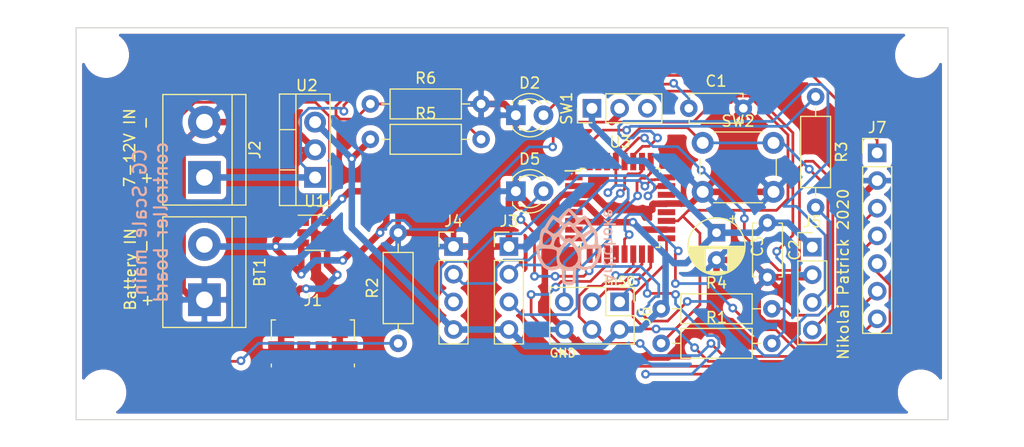
<source format=kicad_pcb>
(kicad_pcb (version 20171130) (host pcbnew "(5.1.8-0-10_14)")
  (layers (0 F.Cu signal) (31 B.Cu signal) (34 B.Paste user) (35 F.Paste user) (36 B.SilkS user) (37 F.SilkS user) (38 B.Mask user) (39 F.Mask user) (44 Edge.Cuts user))
  (net 0 "")
  (net 1 GND)
  (net 2 "Net-(C1-Pad1)")
  (net 3 VCC)
  (net 4 VCCIN)
  (net 5 "Net-(D2-Pad2)")
  (net 6 "Net-(D5-Pad2)")
  (net 7 "Net-(J1-Pad4)")
  (net 8 "Net-(J1-Pad3)")
  (net 9 "Net-(J1-Pad2)")
  (net 10 "Net-(J3-Pad3)")
  (net 11 "Net-(J3-Pad2)")
  (net 12 "Net-(J4-Pad3)")
  (net 13 "Net-(J4-Pad2)")
  (net 14 "Net-(J5-Pad4)")
  (net 15 "Net-(J5-Pad3)")
  (net 16 "Net-(R2-Pad1)")
  (net 17 "Net-(R3-Pad1)")
  (net 18 "Net-(SW1-Pad3)")
  (net 19 "Net-(U3-Pad32)")
  (net 20 "Net-(U3-Pad31)")
  (net 21 "Net-(U3-Pad30)")
  (net 22 "Net-(U3-Pad22)")
  (net 23 "Net-(U3-Pad20)")
  (net 24 "Net-(U3-Pad12)")
  (net 25 "Net-(U3-Pad10)")
  (net 26 "Net-(U3-Pad9)")
  (net 27 "Net-(U3-Pad8)")
  (net 28 "Net-(U3-Pad7)")
  (net 29 "Net-(U3-Pad2)")
  (net 30 "Net-(J6-Pad5)")
  (net 31 "Net-(J6-Pad4)")
  (net 32 "Net-(J6-Pad3)")
  (net 33 "Net-(J6-Pad1)")
  (net 34 "Net-(J1-Pad1)")
  (net 35 "Net-(J7-Pad5)")
  (net 36 "Net-(J7-Pad3)")
  (net 37 "Net-(J7-Pad7)")
  (net 38 "Net-(J7-Pad1)")
  (module MountingHole:MountingHole_3.2mm_M3 (layer F.Cu) (at 96.5 138)
    (fp_text reference REF**)
    (fp_text value MountingHole_3.2mm_M3)
    (pad 1 np_thru_hole circle (at 0 0) (size 3.2 3.2) (drill 3.2) (layers *.Cu *.Mask))
  )
  (module MountingHole:MountingHole_3.2mm_M3 (layer F.Cu) (at 171 138)
    (fp_text reference REF**)
    (fp_text value MountingHole_3.2mm_M3)
    (pad 1 np_thru_hole circle (at 0 0) (size 3.2 3.2) (drill 3.2) (layers *.Cu *.Mask))
  )
  (module MountingHole:MountingHole_3.2mm_M3 (layer F.Cu) (at 171.25 169)
    (fp_text reference REF**)
    (fp_text value MountingHole_3.2mm_M3)
    (pad 1 np_thru_hole circle (at 0 0) (size 3.2 3.2) (drill 3.2) (layers *.Cu *.Mask))
  )
  (module MountingHole:MountingHole_3.2mm_M3 (layer F.Cu) (at 96.25 169)
    (fp_text reference REF**)
    (fp_text value MountingHole_3.2mm_M3)
    (pad 1 np_thru_hole circle (at 0 0) (size 3.2 3.2) (drill 3.2) (layers *.Cu *.Mask))
  )
  (module Connector_USB:USB_Micro-B_Molex_47346-0001 (layer F.Cu) (at 115.475 164.05)
    (fp_text reference J1 (at 0 -3.5) (layer F.SilkS))
    (fp_text value USB_B_Micro)
    (pad 6 smd rect (at 0.84 1.2) (size 1.175 1.9) (layers F.Cu F.Paste F.Mask) (net 1 GND))
    (pad 6 smd rect (at -0.84 1.2) (size 1.175 1.9) (layers F.Cu F.Paste F.Mask) (net 1 GND))
    (pad 6 smd rect (at 2.91 1.2) (size 2.375 1.9) (layers F.Cu F.Paste F.Mask) (net 1 GND))
    (pad 6 smd rect (at -2.91 1.2) (size 2.375 1.9) (layers F.Cu F.Paste F.Mask) (net 1 GND))
    (pad 6 smd rect (at 2.4625 -1.1) (size 1.475 2.1) (layers F.Cu F.Paste F.Mask) (net 1 GND))
    (pad 6 smd rect (at -2.4625 -1.1) (size 1.475 2.1) (layers F.Cu F.Paste F.Mask) (net 1 GND))
    (pad 5 smd rect (at 1.3 -1.46) (size 0.45 1.38) (layers F.Cu F.Paste F.Mask) (net 1 GND))
    (pad 4 smd rect (at 0.65 -1.46) (size 0.45 1.38) (layers F.Cu F.Paste F.Mask) (net 7 "Net-(J1-Pad4)"))
    (pad 3 smd rect (at 0 -1.46) (size 0.45 1.38) (layers F.Cu F.Paste F.Mask) (net 8 "Net-(J1-Pad3)"))
    (pad 2 smd rect (at -0.65 -1.46) (size 0.45 1.38) (layers F.Cu F.Paste F.Mask) (net 9 "Net-(J1-Pad2)"))
    (pad 1 smd rect (at -1.3 -1.46) (size 0.45 1.38) (layers F.Cu F.Paste F.Mask) (net 34 "Net-(J1-Pad1)"))
  )
  (module custom-silkscreen:10 (layer F.Cu) (at 138.921 155.5365)
    (fp_text reference G*** hide)
    (fp_text value LOGO hide)
  )
  (module TerminalBlock:TerminalBlock_bornier-2_P5.08mm (layer F.Cu) (at 105.52 160.4895 90)
    (fp_text reference BT1 (at 2.54 5.08 270) (layer F.SilkS))
    (fp_text value "3.7v LiPo")
    (pad 1 thru_hole circle (at 5.08 0 90) (size 3 3) (drill 1.52) (layers *.Cu *.Mask) (net 4 VCCIN))
    (pad 2 thru_hole rect (at 0 0 90) (size 3 3) (drill 1.52) (layers *.Cu *.Mask) (net 1 GND))
  )
  (module Package_QFP:TQFP-32_7x7mm_P0.8mm (layer F.Cu) (at 143.6708 152.044)
    (fp_text reference U3 (at 0 -6.05) (layer F.SilkS))
    (fp_text value ATmega328P-AU)
    (pad 32 smd rect (at -2.8 -4.25 90) (size 1.6 0.55) (layers F.Cu F.Paste F.Mask) (net 19 "Net-(U3-Pad32)"))
    (pad 31 smd rect (at -2 -4.25 90) (size 1.6 0.55) (layers F.Cu F.Paste F.Mask) (net 20 "Net-(U3-Pad31)"))
    (pad 30 smd rect (at -1.2 -4.25 90) (size 1.6 0.55) (layers F.Cu F.Paste F.Mask) (net 21 "Net-(U3-Pad30)"))
    (pad 29 smd rect (at -0.4 -4.25 90) (size 1.6 0.55) (layers F.Cu F.Paste F.Mask) (net 30 "Net-(J6-Pad5)"))
    (pad 28 smd rect (at 0.4 -4.25 90) (size 1.6 0.55) (layers F.Cu F.Paste F.Mask) (net 14 "Net-(J5-Pad4)"))
    (pad 27 smd rect (at 1.2 -4.25 90) (size 1.6 0.55) (layers F.Cu F.Paste F.Mask) (net 15 "Net-(J5-Pad3)"))
    (pad 26 smd rect (at 2 -4.25 90) (size 1.6 0.55) (layers F.Cu F.Paste F.Mask) (net 11 "Net-(J3-Pad2)"))
    (pad 25 smd rect (at 2.8 -4.25 90) (size 1.6 0.55) (layers F.Cu F.Paste F.Mask) (net 10 "Net-(J3-Pad3)"))
    (pad 24 smd rect (at 4.25 -2.8) (size 1.6 0.55) (layers F.Cu F.Paste F.Mask) (net 13 "Net-(J4-Pad2)"))
    (pad 23 smd rect (at 4.25 -2) (size 1.6 0.55) (layers F.Cu F.Paste F.Mask) (net 12 "Net-(J4-Pad3)"))
    (pad 22 smd rect (at 4.25 -1.2) (size 1.6 0.55) (layers F.Cu F.Paste F.Mask) (net 22 "Net-(U3-Pad22)"))
    (pad 21 smd rect (at 4.25 -0.4) (size 1.6 0.55) (layers F.Cu F.Paste F.Mask) (net 1 GND))
    (pad 20 smd rect (at 4.25 0.4) (size 1.6 0.55) (layers F.Cu F.Paste F.Mask) (net 23 "Net-(U3-Pad20)"))
    (pad 19 smd rect (at 4.25 1.2) (size 1.6 0.55) (layers F.Cu F.Paste F.Mask) (net 4 VCCIN))
    (pad 18 smd rect (at 4.25 2) (size 1.6 0.55) (layers F.Cu F.Paste F.Mask) (net 3 VCC))
    (pad 17 smd rect (at 4.25 2.8) (size 1.6 0.55) (layers F.Cu F.Paste F.Mask) (net 32 "Net-(J6-Pad3)"))
    (pad 16 smd rect (at 2.8 4.25 90) (size 1.6 0.55) (layers F.Cu F.Paste F.Mask) (net 33 "Net-(J6-Pad1)"))
    (pad 15 smd rect (at 2 4.25 90) (size 1.6 0.55) (layers F.Cu F.Paste F.Mask) (net 31 "Net-(J6-Pad4)"))
    (pad 14 smd rect (at 1.2 4.25 90) (size 1.6 0.55) (layers F.Cu F.Paste F.Mask) (net 35 "Net-(J7-Pad5)"))
    (pad 13 smd rect (at 0.4 4.25 90) (size 1.6 0.55) (layers F.Cu F.Paste F.Mask) (net 36 "Net-(J7-Pad3)"))
    (pad 12 smd rect (at -0.4 4.25 90) (size 1.6 0.55) (layers F.Cu F.Paste F.Mask) (net 24 "Net-(U3-Pad12)"))
    (pad 11 smd rect (at -1.2 4.25 90) (size 1.6 0.55) (layers F.Cu F.Paste F.Mask) (net 37 "Net-(J7-Pad7)"))
    (pad 10 smd rect (at -2 4.25 90) (size 1.6 0.55) (layers F.Cu F.Paste F.Mask) (net 25 "Net-(U3-Pad10)"))
    (pad 9 smd rect (at -2.8 4.25 90) (size 1.6 0.55) (layers F.Cu F.Paste F.Mask) (net 26 "Net-(U3-Pad9)"))
    (pad 8 smd rect (at -4.25 2.8) (size 1.6 0.55) (layers F.Cu F.Paste F.Mask) (net 27 "Net-(U3-Pad8)"))
    (pad 7 smd rect (at -4.25 2) (size 1.6 0.55) (layers F.Cu F.Paste F.Mask) (net 28 "Net-(U3-Pad7)"))
    (pad 6 smd rect (at -4.25 1.2) (size 1.6 0.55) (layers F.Cu F.Paste F.Mask) (net 3 VCC))
    (pad 5 smd rect (at -4.25 0.4) (size 1.6 0.55) (layers F.Cu F.Paste F.Mask) (net 1 GND))
    (pad 4 smd rect (at -4.25 -0.4) (size 1.6 0.55) (layers F.Cu F.Paste F.Mask) (net 3 VCC))
    (pad 3 smd rect (at -4.25 -1.2) (size 1.6 0.55) (layers F.Cu F.Paste F.Mask) (net 1 GND))
    (pad 2 smd rect (at -4.25 -2) (size 1.6 0.55) (layers F.Cu F.Paste F.Mask) (net 29 "Net-(U3-Pad2)"))
    (pad 1 smd rect (at -4.25 -2.8) (size 1.6 0.55) (layers F.Cu F.Paste F.Mask) (net 17 "Net-(R3-Pad1)"))
  )
  (module Connector_PinHeader_2.54mm:PinHeader_2x03_P2.54mm_Vertical (layer F.Cu) (at 143.62 160.68 270)
    (fp_text reference J6 (at 1.27 -2.33 90) (layer F.SilkS))
    (fp_text value AVR-ISP-6)
    (pad 6 thru_hole oval (at 2.54 5.08 270) (size 1.7 1.7) (drill 1) (layers *.Cu *.Mask) (net 1 GND))
    (pad 5 thru_hole oval (at 0 5.08 270) (size 1.7 1.7) (drill 1) (layers *.Cu *.Mask) (net 30 "Net-(J6-Pad5)"))
    (pad 4 thru_hole oval (at 2.54 2.54 270) (size 1.7 1.7) (drill 1) (layers *.Cu *.Mask) (net 31 "Net-(J6-Pad4)"))
    (pad 3 thru_hole oval (at 0 2.54 270) (size 1.7 1.7) (drill 1) (layers *.Cu *.Mask) (net 32 "Net-(J6-Pad3)"))
    (pad 2 thru_hole oval (at 2.54 0 270) (size 1.7 1.7) (drill 1) (layers *.Cu *.Mask) (net 3 VCC))
    (pad 1 thru_hole rect (at 0 0 270) (size 1.7 1.7) (drill 1) (layers *.Cu *.Mask) (net 33 "Net-(J6-Pad1)"))
  )
  (module Package_TO_SOT_THT:TO-220-3_Vertical (layer F.Cu) (at 115.68 149.25 90)
    (fp_text reference U2 (at 8.4455 -0.762) (layer F.SilkS))
    (fp_text value LM7805_TO220)
    (pad 3 thru_hole oval (at 5.08 0 90) (size 1.905 2) (drill 1.1) (layers *.Cu *.Mask) (net 3 VCC))
    (pad 2 thru_hole oval (at 2.54 0 90) (size 1.905 2) (drill 1.1) (layers *.Cu *.Mask) (net 1 GND))
    (pad 1 thru_hole rect (at 0 0 90) (size 1.905 2) (drill 1.1) (layers *.Cu *.Mask) (net 2 "Net-(C1-Pad1)"))
  )
  (module Package_TO_SOT_SMD:SOT-23-5 (layer F.Cu) (at 115.68 154.33)
    (fp_text reference U1 (at 0 -2.9) (layer F.SilkS))
    (fp_text value MCP73831-2-OT)
    (pad 5 smd rect (at 1.1 -0.95) (size 1.06 0.65) (layers F.Cu F.Paste F.Mask) (net 16 "Net-(R2-Pad1)"))
    (pad 4 smd rect (at 1.1 0.95) (size 1.06 0.65) (layers F.Cu F.Paste F.Mask) (net 34 "Net-(J1-Pad1)"))
    (pad 3 smd rect (at -1.1 0.95) (size 1.06 0.65) (layers F.Cu F.Paste F.Mask) (net 4 VCCIN))
    (pad 2 smd rect (at -1.1 0) (size 1.06 0.65) (layers F.Cu F.Paste F.Mask) (net 1 GND))
    (pad 1 smd rect (at -1.1 -0.95) (size 1.06 0.65) (layers F.Cu F.Paste F.Mask) (net 4 VCCIN))
  )
  (module Button_Switch_THT:SW_PUSH_6mm (layer F.Cu) (at 151.24 146.075)
    (fp_text reference SW2 (at 3.25 -2) (layer F.SilkS))
    (fp_text value Reset)
    (pad 1 thru_hole circle (at 6.5 0 90) (size 2 2) (drill 1.1) (layers *.Cu *.Mask) (net 30 "Net-(J6-Pad5)"))
    (pad 2 thru_hole circle (at 6.5 4.5 90) (size 2 2) (drill 1.1) (layers *.Cu *.Mask) (net 1 GND))
    (pad 1 thru_hole circle (at 0 0 90) (size 2 2) (drill 1.1) (layers *.Cu *.Mask) (net 30 "Net-(J6-Pad5)"))
    (pad 2 thru_hole circle (at 0 4.5 90) (size 2 2) (drill 1.1) (layers *.Cu *.Mask) (net 1 GND))
  )
  (module Connector_PinHeader_2.54mm:PinHeader_1x03_P2.54mm_Vertical (layer F.Cu) (at 141.08 142.9 90)
    (fp_text reference SW1 (at 0 -2.33 90) (layer F.SilkS))
    (fp_text value Power)
    (pad 3 thru_hole oval (at 0 5.08 90) (size 1.7 1.7) (drill 1) (layers *.Cu *.Mask) (net 18 "Net-(SW1-Pad3)"))
    (pad 2 thru_hole oval (at 0 2.54 90) (size 1.7 1.7) (drill 1) (layers *.Cu *.Mask) (net 4 VCCIN))
    (pad 1 thru_hole rect (at 0 0 90) (size 1.7 1.7) (drill 1) (layers *.Cu *.Mask) (net 3 VCC))
  )
  (module Resistor_THT:R_Axial_DIN0207_L6.3mm_D2.5mm_P10.16mm_Horizontal (layer F.Cu) (at 147.43 161.315)
    (fp_text reference R4 (at 5.08 -2.37) (layer F.SilkS))
    (fp_text value 10K)
    (pad 2 thru_hole oval (at 10.16 0) (size 1.6 1.6) (drill 0.8) (layers *.Cu *.Mask) (net 30 "Net-(J6-Pad5)"))
    (pad 1 thru_hole circle (at 0 0) (size 1.6 1.6) (drill 0.8) (layers *.Cu *.Mask) (net 3 VCC))
  )
  (module Resistor_THT:R_Axial_DIN0207_L6.3mm_D2.5mm_P10.16mm_Horizontal (layer F.Cu) (at 161.6032 141.8332 270)
    (fp_text reference R3 (at 5.08 -2.37 90) (layer F.SilkS))
    (fp_text value R)
    (pad 2 thru_hole oval (at 10.16 0 270) (size 1.6 1.6) (drill 0.8) (layers *.Cu *.Mask) (net 6 "Net-(D5-Pad2)"))
    (pad 1 thru_hole circle (at 0 0 270) (size 1.6 1.6) (drill 0.8) (layers *.Cu *.Mask) (net 17 "Net-(R3-Pad1)"))
  )
  (module Resistor_THT:R_Axial_DIN0207_L6.3mm_D2.5mm_P10.16mm_Horizontal (layer F.Cu) (at 123.3 164.49 90)
    (fp_text reference R2 (at 5.08 -2.37 90) (layer F.SilkS))
    (fp_text value 2K2)
    (pad 2 thru_hole oval (at 10.16 0 90) (size 1.6 1.6) (drill 0.8) (layers *.Cu *.Mask) (net 1 GND))
    (pad 1 thru_hole circle (at 0 0 90) (size 1.6 1.6) (drill 0.8) (layers *.Cu *.Mask) (net 16 "Net-(R2-Pad1)"))
  )
  (module Resistor_THT:R_Axial_DIN0207_L6.3mm_D2.5mm_P10.16mm_Horizontal (layer F.Cu) (at 147.43 164.49)
    (fp_text reference R1 (at 5.08 -2.37) (layer F.SilkS))
    (fp_text value 220R)
    (pad 2 thru_hole oval (at 10.16 0) (size 1.6 1.6) (drill 0.8) (layers *.Cu *.Mask) (net 5 "Net-(D2-Pad2)"))
    (pad 1 thru_hole circle (at 0 0) (size 1.6 1.6) (drill 0.8) (layers *.Cu *.Mask) (net 4 VCCIN))
  )
  (module Connector_PinHeader_2.54mm:PinHeader_1x04_P2.54mm_Vertical (layer F.Cu) (at 161.2984 155.6508)
    (fp_text reference J5 (at 0 -2.33) (layer F.SilkS))
    (fp_text value LCD)
    (pad 4 thru_hole oval (at 0 7.62) (size 1.7 1.7) (drill 1) (layers *.Cu *.Mask) (net 14 "Net-(J5-Pad4)"))
    (pad 3 thru_hole oval (at 0 5.08) (size 1.7 1.7) (drill 1) (layers *.Cu *.Mask) (net 15 "Net-(J5-Pad3)"))
    (pad 2 thru_hole oval (at 0 2.54) (size 1.7 1.7) (drill 1) (layers *.Cu *.Mask) (net 1 GND))
    (pad 1 thru_hole rect (at 0 0) (size 1.7 1.7) (drill 1) (layers *.Cu *.Mask) (net 3 VCC))
  )
  (module Connector_PinHeader_2.54mm:PinHeader_1x04_P2.54mm_Vertical (layer F.Cu) (at 128.38 155.6)
    (fp_text reference J4 (at 0 -2.33) (layer F.SilkS))
    (fp_text value Loadcell2)
    (pad 4 thru_hole oval (at 0 7.62) (size 1.7 1.7) (drill 1) (layers *.Cu *.Mask) (net 3 VCC))
    (pad 3 thru_hole oval (at 0 5.08) (size 1.7 1.7) (drill 1) (layers *.Cu *.Mask) (net 12 "Net-(J4-Pad3)"))
    (pad 2 thru_hole oval (at 0 2.54) (size 1.7 1.7) (drill 1) (layers *.Cu *.Mask) (net 13 "Net-(J4-Pad2)"))
    (pad 1 thru_hole rect (at 0 0) (size 1.7 1.7) (drill 1) (layers *.Cu *.Mask) (net 1 GND))
  )
  (module Connector_PinHeader_2.54mm:PinHeader_1x04_P2.54mm_Vertical (layer F.Cu) (at 133.46 155.6)
    (fp_text reference J3 (at 0 -2.33) (layer F.SilkS))
    (fp_text value Loadcell1)
    (pad 4 thru_hole oval (at 0 7.62) (size 1.7 1.7) (drill 1) (layers *.Cu *.Mask) (net 3 VCC))
    (pad 3 thru_hole oval (at 0 5.08) (size 1.7 1.7) (drill 1) (layers *.Cu *.Mask) (net 10 "Net-(J3-Pad3)"))
    (pad 2 thru_hole oval (at 0 2.54) (size 1.7 1.7) (drill 1) (layers *.Cu *.Mask) (net 11 "Net-(J3-Pad2)"))
    (pad 1 thru_hole rect (at 0 0) (size 1.7 1.7) (drill 1) (layers *.Cu *.Mask) (net 1 GND))
  )
  (module TerminalBlock:TerminalBlock_bornier-2_P5.08mm (layer F.Cu) (at 105.52 149.25 90)
    (fp_text reference J2 (at 2.54 4.6355 90) (layer F.SilkS))
    (fp_text value "Power in")
    (pad 2 thru_hole circle (at 5.08 0 90) (size 3 3) (drill 1.52) (layers *.Cu *.Mask) (net 1 GND))
    (pad 1 thru_hole rect (at 0 0 90) (size 3 3) (drill 1.52) (layers *.Cu *.Mask) (net 2 "Net-(C1-Pad1)"))
  )
  (module LED_THT:LED_D3.0mm (layer F.Cu) (at 134.095 150.52)
    (fp_text reference D5 (at 1.27 -2.96) (layer F.SilkS))
    (fp_text value STATE)
    (pad 2 thru_hole circle (at 2.54 0) (size 1.8 1.8) (drill 0.9) (layers *.Cu *.Mask) (net 6 "Net-(D5-Pad2)"))
    (pad 1 thru_hole rect (at 0 0) (size 1.8 1.8) (drill 0.9) (layers *.Cu *.Mask) (net 1 GND))
  )
  (module LED_THT:LED_D3.0mm (layer F.Cu) (at 134.095 143.535)
    (fp_text reference D2 (at 1.27 -2.96) (layer F.SilkS))
    (fp_text value Charge)
    (pad 2 thru_hole circle (at 2.54 0) (size 1.8 1.8) (drill 0.9) (layers *.Cu *.Mask) (net 5 "Net-(D2-Pad2)"))
    (pad 1 thru_hole rect (at 0 0) (size 1.8 1.8) (drill 0.9) (layers *.Cu *.Mask) (net 1 GND))
  )
  (module Capacitor_THT:CP_Radial_D5.0mm_P2.50mm (layer F.Cu) (at 152.51 154.33 270)
    (fp_text reference C3 (at 1.25 -3.75 90) (layer F.SilkS))
    (fp_text value 10uF)
    (pad 2 thru_hole circle (at 2.5 0 270) (size 1.6 1.6) (drill 0.8) (layers *.Cu *.Mask) (net 1 GND))
    (pad 1 thru_hole rect (at 0 0 270) (size 1.6 1.6) (drill 0.8) (layers *.Cu *.Mask) (net 3 VCC))
  )
  (module Capacitor_THT:C_Disc_D4.7mm_W2.5mm_P5.00mm (layer F.Cu) (at 157.1836 153.4156 270)
    (fp_text reference C2 (at 2.5 -2.5 90) (layer F.SilkS))
    (fp_text value 100nF)
    (pad 2 thru_hole circle (at 5 0 270) (size 1.6 1.6) (drill 0.8) (layers *.Cu *.Mask) (net 1 GND))
    (pad 1 thru_hole circle (at 0 0 270) (size 1.6 1.6) (drill 0.8) (layers *.Cu *.Mask) (net 3 VCC))
  )
  (module Capacitor_THT:C_Disc_D4.7mm_W2.5mm_P5.00mm (layer F.Cu) (at 149.97 142.9)
    (fp_text reference C1 (at 2.5 -2.5) (layer F.SilkS))
    (fp_text value 100nF)
    (pad 2 thru_hole circle (at 5 0) (size 1.6 1.6) (drill 0.8) (layers *.Cu *.Mask) (net 1 GND))
    (pad 1 thru_hole circle (at 0 0) (size 1.6 1.6) (drill 0.8) (layers *.Cu *.Mask) (net 2 "Net-(C1-Pad1)"))
  )
  (module Resistor_THT:R_Axial_DIN0207_L6.3mm_D2.5mm_P10.16mm_Horizontal (layer F.Cu) (at 120.75 145.75)
    (fp_text reference R5 (at 5.08 -2.37) (layer F.SilkS))
    (fp_text value R)
    (pad 2 thru_hole oval (at 10.16 0) (size 1.6 1.6) (drill 0.8) (layers *.Cu *.Mask) (net 38 "Net-(J7-Pad1)"))
    (pad 1 thru_hole circle (at 0 0) (size 1.6 1.6) (drill 0.8) (layers *.Cu *.Mask) (net 3 VCC))
  )
  (module Resistor_THT:R_Axial_DIN0207_L6.3mm_D2.5mm_P10.16mm_Horizontal (layer F.Cu) (at 120.75 142.5)
    (fp_text reference R6 (at 5.08 -2.37) (layer F.SilkS))
    (fp_text value R)
    (pad 1 thru_hole circle (at 0 0) (size 1.6 1.6) (drill 0.8) (layers *.Cu *.Mask) (net 38 "Net-(J7-Pad1)"))
    (pad 2 thru_hole oval (at 10.16 0) (size 1.6 1.6) (drill 0.8) (layers *.Cu *.Mask) (net 1 GND))
  )
  (module Connector_PinHeader_2.54mm:PinHeader_1x07_P2.54mm_Vertical (layer F.Cu) (at 167.25 147)
    (fp_text reference J7 (at 0 -2.33) (layer F.SilkS))
    (fp_text value Conn_01x07_Male)
    (pad 1 thru_hole rect (at 0 0) (size 1.7 1.7) (drill 1) (layers *.Cu *.Mask) (net 38 "Net-(J7-Pad1)"))
    (pad 2 thru_hole oval (at 0 2.54) (size 1.7 1.7) (drill 1) (layers *.Cu *.Mask) (net 1 GND))
    (pad 3 thru_hole oval (at 0 5.08) (size 1.7 1.7) (drill 1) (layers *.Cu *.Mask) (net 36 "Net-(J7-Pad3)"))
    (pad 4 thru_hole oval (at 0 7.62) (size 1.7 1.7) (drill 1) (layers *.Cu *.Mask) (net 31 "Net-(J6-Pad4)"))
    (pad 5 thru_hole oval (at 0 10.16) (size 1.7 1.7) (drill 1) (layers *.Cu *.Mask) (net 35 "Net-(J7-Pad5)"))
    (pad 6 thru_hole oval (at 0 12.7) (size 1.7 1.7) (drill 1) (layers *.Cu *.Mask) (net 32 "Net-(J6-Pad3)"))
    (pad 7 thru_hole oval (at 0 15.24) (size 1.7 1.7) (drill 1) (layers *.Cu *.Mask) (net 37 "Net-(J7-Pad7)"))
  )
  (gr_line (start 93.75 135.5) (end 173.75 135.5) (layer Edge.Cuts) (width 0.1))
  (gr_line (start 173.75 135.5) (end 173.75 171.5) (layer Edge.Cuts) (width 0.1))
  (gr_line (start 173.75 171.5) (end 93.75 171.5) (layer Edge.Cuts) (width 0.1))
  (gr_line (start 93.75 171.5) (end 93.75 135.5) (layer Edge.Cuts) (width 0.1))
  (gr_text - (at 100.2495 144.2335 -90) (layer F.SilkS) (effects (font (size 1 1))))
  (gr_text + (at 100.2495 149.25) (layer F.SilkS) (effects (font (size 1 1))))
  (gr_text - (at 100.313 155.5365 -90) (layer F.SilkS) (effects (font (size 1 1))))
  (gr_text + (at 100.313 160.4895) (layer F.SilkS) (effects (font (size 1 1))))
  (gr_text "7-12V IN" (at 98.662 146.5195 90) (layer F.SilkS) (effects (font (size 1 1))))
  (gr_text "Battery IN" (at 98.7255 157.6955 -270) (layer F.SilkS) (effects (font (size 1 1))))
  (gr_text "Nikolai Patrick 2020" (at 164.1305 158.14 -270) (layer F.SilkS) (effects (font (size 1 1))))
  (gr_text "CG Scale main\ncontroller board" (at 100.567 153.3775 90) (layer B.SilkS) (effects (font (size 1.2 1.2) (thickness 0.2)) (justify mirror)))
  (gr_text MISO (at 143.62 158.775) (layer F.SilkS) (effects (font (size 0.8 0.8) (thickness 0.14))))
  (gr_text GND (at 138.413 165.379) (layer F.SilkS) (effects (font (size 0.8 0.8) (thickness 0.14))))
  (gr_text Artichoke (at 142.6675 155.5365 -90) (layer B.SilkS) (effects (font (size 1 1)) (justify mirror)))
  (segment (start 113.14 144.17) (end 115.68 146.71) (width 0.6) (layer F.Cu) (net 1))
  (segment (start 105.52 144.17) (end 113.14 144.17) (width 0.6) (layer F.Cu) (net 1))
  (segment (start 119.0494 158.5806) (end 123.3 154.33) (width 0.6) (layer F.Cu) (net 1))
  (segment (start 127.11 154.33) (end 128.38 155.6) (width 0.6) (layer F.Cu) (net 1))
  (segment (start 123.3 154.33) (end 127.11 154.33) (width 0.6) (layer F.Cu) (net 1))
  (segment (start 128.38 155.6) (end 133.46 155.6) (width 0.6) (layer F.Cu) (net 1))
  (segment (start 133.46 151.155) (end 134.095 150.52) (width 0.6) (layer F.Cu) (net 1))
  (segment (start 133.46 155.6) (end 133.46 151.155) (width 0.6) (layer F.Cu) (net 1))
  (segment (start 134.095 150.52) (end 134.095 143.535) (width 0.6) (layer F.Cu) (net 1))
  (segment (start 150.171 151.644) (end 151.24 150.575) (width 0.6) (layer F.Cu) (net 1))
  (segment (start 147.9208 151.644) (end 150.171 151.644) (width 0.6) (layer F.Cu) (net 1))
  (segment (start 151.24 150.575) (end 157.74 150.575) (width 0.6) (layer F.Cu) (net 1))
  (segment (start 155.598 156.83) (end 157.1836 158.4156) (width 0.6) (layer F.Cu) (net 1))
  (segment (start 152.51 156.83) (end 155.598 156.83) (width 0.6) (layer F.Cu) (net 1))
  (segment (start 161.0736 158.4156) (end 161.2984 158.1908) (width 0.6) (layer F.Cu) (net 1))
  (segment (start 157.1836 158.4156) (end 161.0736 158.4156) (width 0.6) (layer F.Cu) (net 1))
  (segment (start 151.24 150.575) (end 154.97 146.845) (width 0.6) (layer F.Cu) (net 1))
  (segment (start 154.97 142.9) (end 154.97 146.845) (width 0.6) (layer F.Cu) (net 1))
  (segment (start 115.385002 154.33) (end 115.610001 154.105001) (width 0.6) (layer F.Cu) (net 1))
  (segment (start 114.58 154.33) (end 115.385002 154.33) (width 0.6) (layer F.Cu) (net 1))
  (segment (start 115.610001 155.974501) (end 115.610001 154.105001) (width 0.6) (layer F.Cu) (net 1))
  (segment (start 115.924999 156.289499) (end 115.610001 155.974501) (width 0.6) (layer F.Cu) (net 1))
  (segment (start 115.924999 157.991599) (end 115.924999 156.289499) (width 0.6) (layer F.Cu) (net 1))
  (segment (start 134.095 150.52) (end 135.5555 151.9805) (width 0.6) (layer F.Cu) (net 1))
  (segment (start 135.5555 151.9805) (end 137.424298 151.9805) (width 0.6) (layer F.Cu) (net 1))
  (segment (start 138.343 150.844) (end 139.4208 150.844) (width 0.6) (layer F.Cu) (net 1))
  (segment (start 137.659797 151.527203) (end 138.343 150.844) (width 0.6) (layer F.Cu) (net 1))
  (segment (start 139.4208 152.444) (end 138.3305 152.444) (width 0.6) (layer F.Cu) (net 1))
  (segment (start 138.3305 152.444) (end 137.364999 153.409501) (width 0.6) (layer F.Cu) (net 1))
  (segment (start 137.364999 153.409501) (end 136.762 154.0125) (width 0.6) (layer F.Cu) (net 1))
  (segment (start 136.762 161.442) (end 138.54 163.22) (width 0.6) (layer F.Cu) (net 1))
  (segment (start 136.762 154.0125) (end 136.762 161.442) (width 0.6) (layer F.Cu) (net 1))
  (segment (start 137.659797 151.745001) (end 137.424298 151.9805) (width 0.6) (layer F.Cu) (net 1))
  (segment (start 137.659797 151.527203) (end 137.659797 151.745001) (width 0.6) (layer F.Cu) (net 1))
  (segment (start 137.364999 152.039799) (end 137.659797 151.745001) (width 0.6) (layer F.Cu) (net 1))
  (segment (start 137.364999 153.409501) (end 137.364999 152.039799) (width 0.6) (layer F.Cu) (net 1))
  (segment (start 115.610001 152.654999) (end 115.610001 154.105001) (width 0.6) (layer F.Cu) (net 1))
  (segment (start 114.039999 151.084997) (end 115.610001 152.654999) (width 0.6) (layer F.Cu) (net 1))
  (segment (start 113.724999 151.084997) (end 114.039999 151.084997) (width 0.6) (layer F.Cu) (net 1))
  (segment (start 113.724999 148.220501) (end 113.724999 151.084997) (width 0.6) (layer F.Cu) (net 1))
  (segment (start 115.68 146.71) (end 115.2355 146.71) (width 0.6) (layer F.Cu) (net 1))
  (segment (start 115.2355 146.71) (end 113.724999 148.220501) (width 0.6) (layer F.Cu) (net 1))
  (segment (start 140.4708 150.844) (end 139.4208 150.844) (width 0.6) (layer F.Cu) (net 1))
  (segment (start 147.895801 151.668999) (end 146.720799 151.668999) (width 0.6) (layer F.Cu) (net 1))
  (segment (start 146.620799 151.768999) (end 146.620799 152.22) (width 0.6) (layer F.Cu) (net 1))
  (segment (start 146.720799 151.668999) (end 146.620799 151.768999) (width 0.6) (layer F.Cu) (net 1))
  (segment (start 147.9208 151.644) (end 147.895801 151.668999) (width 0.6) (layer F.Cu) (net 1))
  (segment (start 141.313352 150.844) (end 140.4708 150.844) (width 0.6) (layer F.Cu) (net 1))
  (segment (start 146.620799 152.22) (end 142.689352 152.22) (width 0.6) (layer F.Cu) (net 1))
  (segment (start 142.689352 152.22) (end 141.313352 150.844) (width 0.6) (layer F.Cu) (net 1))
  (segment (start 148.054001 165.790001) (end 141.110001 165.790001) (width 0.6) (layer F.Cu) (net 1))
  (segment (start 141.110001 165.790001) (end 138.54 163.22) (width 0.6) (layer F.Cu) (net 1))
  (segment (start 152.51 161.334002) (end 148.054001 165.790001) (width 0.6) (layer F.Cu) (net 1))
  (segment (start 152.51 156.83) (end 152.51 161.334002) (width 0.6) (layer F.Cu) (net 1))
  (segment (start 106.1465 161.116) (end 105.52 160.4895) (width 0.6) (layer F.Cu) (net 1))
  (segment (start 104.504 160.4895) (end 105.52 160.4895) (width 0.6) (layer F.Cu) (net 1))
  (segment (start 103.519999 159.505499) (end 104.504 160.4895) (width 0.6) (layer F.Cu) (net 1))
  (segment (start 105.52 144.17) (end 103.519999 146.170001) (width 0.6) (layer F.Cu) (net 1))
  (segment (start 103.519999 146.170001) (end 103.519999 159.505499) (width 0.6) (layer F.Cu) (net 1))
  (segment (start 115.924999 157.991599) (end 117.7869 159.8535) (width 0.6) (layer F.Cu) (net 1))
  (segment (start 119.0494 158.591) (end 117.7869 159.8535) (width 0.6) (layer F.Cu) (net 1))
  (segment (start 119.0494 158.5806) (end 119.0494 158.591) (width 0.6) (layer F.Cu) (net 1))
  (segment (start 117.7869 162.7994) (end 117.9375 162.95) (width 0.6) (layer F.Cu) (net 1))
  (segment (start 117.7869 159.8535) (end 117.7869 162.7994) (width 0.6) (layer F.Cu) (net 1))
  (segment (start 116.850001 162.665001) (end 116.850001 162.59) (width 0.6) (layer F.Cu) (net 1))
  (segment (start 117.9375 162.95) (end 117.135 162.95) (width 0.6) (layer F.Cu) (net 1))
  (segment (start 117.135 162.95) (end 116.850001 162.665001) (width 0.6) (layer F.Cu) (net 1))
  (segment (start 117.9375 164.8025) (end 118.385 165.25) (width 0.6) (layer F.Cu) (net 1))
  (segment (start 117.9375 162.95) (end 117.9375 164.8025) (width 0.6) (layer F.Cu) (net 1))
  (segment (start 118.385 165.25) (end 116.315 165.25) (width 0.6) (layer F.Cu) (net 1))
  (segment (start 116.315 165.25) (end 114.635 165.25) (width 0.6) (layer F.Cu) (net 1))
  (segment (start 114.635 165.25) (end 112.565 165.25) (width 0.6) (layer F.Cu) (net 1))
  (segment (start 112.565 163.3975) (end 113.0125 162.95) (width 0.6) (layer F.Cu) (net 1))
  (segment (start 112.565 165.25) (end 112.565 163.3975) (width 0.6) (layer F.Cu) (net 1))
  (segment (start 133.06 142.5) (end 134.095 143.535) (width 0.6) (layer F.Cu) (net 1))
  (segment (start 130.91 142.5) (end 133.06 142.5) (width 0.6) (layer F.Cu) (net 1))
  (segment (start 156.289999 159.309201) (end 157.1836 158.4156) (width 0.6) (layer F.Cu) (net 1))
  (segment (start 156.289999 161.939001) (end 156.289999 159.309201) (width 0.6) (layer F.Cu) (net 1))
  (segment (start 156.965999 162.615001) (end 156.289999 161.939001) (width 0.6) (layer F.Cu) (net 1))
  (segment (start 158.214001 162.615001) (end 156.965999 162.615001) (width 0.6) (layer F.Cu) (net 1))
  (segment (start 160.219801 164.620801) (end 158.214001 162.615001) (width 0.6) (layer F.Cu) (net 1))
  (segment (start 161.946401 164.620801) (end 160.219801 164.620801) (width 0.6) (layer F.Cu) (net 1))
  (segment (start 163.80322 162.763982) (end 161.946401 164.620801) (width 0.6) (layer F.Cu) (net 1))
  (segment (start 163.80322 152.98678) (end 163.80322 162.763982) (width 0.6) (layer F.Cu) (net 1))
  (segment (start 167.25 149.54) (end 163.80322 152.98678) (width 0.6) (layer F.Cu) (net 1))
  (segment (start 105.52 149.25) (end 115.68 149.25) (width 0.6) (layer B.Cu) (net 2))
  (segment (start 115.103339 142.89249) (end 118.04249 142.89249) (width 0.25) (layer B.Cu) (net 2))
  (segment (start 115.68 149.25) (end 114.35499 147.92499) (width 0.25) (layer B.Cu) (net 2))
  (segment (start 114.35499 143.640839) (end 115.103339 142.89249) (width 0.25) (layer B.Cu) (net 2))
  (segment (start 114.35499 147.92499) (end 114.35499 143.640839) (width 0.25) (layer B.Cu) (net 2))
  (segment (start 118.04249 142.89249) (end 118.32 143.17) (width 0.25) (layer B.Cu) (net 2))
  (via (at 118.32 143.17) (size 0.8) (drill 0.4) (layers F.Cu B.Cu) (net 2))
  (segment (start 118.32 142.604315) (end 120.244315 140.68) (width 0.25) (layer F.Cu) (net 2))
  (segment (start 118.32 143.17) (end 118.32 142.604315) (width 0.25) (layer F.Cu) (net 2))
  (segment (start 120.244315 140.68) (end 148.5 140.68) (width 0.25) (layer F.Cu) (net 2))
  (via (at 148.58 140.59999) (size 0.8) (drill 0.4) (layers F.Cu B.Cu) (net 2))
  (segment (start 148.5 140.68) (end 148.5 140.67999) (width 0.25) (layer F.Cu) (net 2))
  (segment (start 148.5 140.67999) (end 148.58 140.59999) (width 0.25) (layer F.Cu) (net 2))
  (segment (start 149.97 141.98999) (end 149.97 142.9) (width 0.25) (layer B.Cu) (net 2))
  (segment (start 148.58 140.59999) (end 149.97 141.98999) (width 0.25) (layer B.Cu) (net 2))
  (segment (start 128.38 163.22) (end 133.46 163.22) (width 0.6) (layer B.Cu) (net 3))
  (segment (start 145.525 163.22) (end 147.43 161.315) (width 0.6) (layer B.Cu) (net 3))
  (segment (start 143.62 163.22) (end 145.525 163.22) (width 0.6) (layer B.Cu) (net 3))
  (segment (start 147.43 155.9556) (end 144.8392 153.3648) (width 0.6) (layer B.Cu) (net 3))
  (segment (start 144.8392 153.3648) (end 144.8392 153.3648) (width 0.6) (layer B.Cu) (net 3))
  (via (at 144.8392 153.3648) (size 0.8) (drill 0.4) (layers F.Cu B.Cu) (net 3))
  (segment (start 145.5184 154.044) (end 147.9208 154.044) (width 0.6) (layer F.Cu) (net 3))
  (segment (start 144.8392 153.3648) (end 145.5184 154.044) (width 0.6) (layer F.Cu) (net 3))
  (segment (start 142.1916 153.3648) (end 142.7564 153.3648) (width 0.6) (layer F.Cu) (net 3))
  (segment (start 140.4708 151.644) (end 142.1916 153.3648) (width 0.6) (layer F.Cu) (net 3))
  (segment (start 139.4208 151.644) (end 140.4708 151.644) (width 0.6) (layer F.Cu) (net 3))
  (segment (start 144.8392 153.3648) (end 142.7564 153.3648) (width 0.6) (layer F.Cu) (net 3))
  (segment (start 147.43 155.9556) (end 148.5984 157.124) (width 0.6) (layer B.Cu) (net 3))
  (segment (start 149.716 157.124) (end 152.51 154.33) (width 0.6) (layer B.Cu) (net 3))
  (segment (start 148.5984 157.124) (end 149.716 157.124) (width 0.6) (layer B.Cu) (net 3))
  (segment (start 156.2692 154.33) (end 157.1836 153.4156) (width 0.6) (layer B.Cu) (net 3))
  (segment (start 152.51 154.33) (end 156.2692 154.33) (width 0.6) (layer B.Cu) (net 3))
  (segment (start 159.0632 153.4156) (end 161.2984 155.6508) (width 0.6) (layer B.Cu) (net 3))
  (segment (start 157.1836 153.4156) (end 159.0632 153.4156) (width 0.6) (layer B.Cu) (net 3))
  (segment (start 139.395801 153.268999) (end 139.4208 153.244) (width 0.6) (layer F.Cu) (net 3))
  (segment (start 140.620801 153.268999) (end 139.395801 153.268999) (width 0.6) (layer F.Cu) (net 3))
  (segment (start 142.7564 153.3648) (end 140.716602 153.3648) (width 0.6) (layer F.Cu) (net 3))
  (segment (start 140.716602 153.3648) (end 140.620801 153.268999) (width 0.6) (layer F.Cu) (net 3))
  (segment (start 142.096 164.744) (end 143.62 163.22) (width 0.6) (layer B.Cu) (net 3))
  (segment (start 133.46 163.22) (end 134.984 164.744) (width 0.6) (layer B.Cu) (net 3))
  (segment (start 134.984 164.744) (end 142.096 164.744) (width 0.6) (layer B.Cu) (net 3))
  (segment (start 119.0455 153.8855) (end 128.38 163.22) (width 0.6) (layer B.Cu) (net 3))
  (segment (start 119.0455 147.5355) (end 119.0455 153.8855) (width 0.6) (layer B.Cu) (net 3))
  (segment (start 115.68 144.17) (end 119.0455 147.5355) (width 0.6) (layer B.Cu) (net 3))
  (segment (start 141.08 144.35) (end 141.08 142.9) (width 0.6) (layer B.Cu) (net 3))
  (segment (start 152.51 154.33) (end 145.906 147.726) (width 0.6) (layer B.Cu) (net 3))
  (segment (start 144.456 147.726) (end 141.08 144.35) (width 0.6) (layer B.Cu) (net 3))
  (segment (start 145.906 147.726) (end 144.456 147.726) (width 0.6) (layer B.Cu) (net 3))
  (via (at 119.0455 147.5355) (size 0.8) (drill 0.4) (layers F.Cu B.Cu) (net 3))
  (segment (start 120.75 145.75) (end 120.75 145.831) (width 0.6) (layer F.Cu) (net 3))
  (segment (start 120.75 145.831) (end 119.0455 147.5355) (width 0.6) (layer F.Cu) (net 3))
  (segment (start 147.836988 156.362588) (end 147.43 155.9556) (width 0.6) (layer B.Cu) (net 3))
  (segment (start 147.836988 160.908012) (end 147.836988 156.362588) (width 0.6) (layer B.Cu) (net 3))
  (segment (start 147.43 161.315) (end 147.836988 160.908012) (width 0.6) (layer B.Cu) (net 3))
  (segment (start 112.0732 155.6) (end 112.0732 155.6) (width 0.6) (layer B.Cu) (net 4))
  (via (at 112.0732 155.6) (size 0.8) (drill 0.4) (layers F.Cu B.Cu) (net 4))
  (segment (start 112.0732 155.6) (end 112.0732 155.034315) (width 0.6) (layer F.Cu) (net 4))
  (segment (start 148.9708 153.244) (end 147.9208 153.244) (width 0.25) (layer F.Cu) (net 4))
  (segment (start 149.4088 152.806) (end 148.9708 153.244) (width 0.25) (layer F.Cu) (net 4))
  (segment (start 150.986 154.3832) (end 149.4088 152.806) (width 0.25) (layer F.Cu) (net 4))
  (segment (start 147.43 164.49) (end 150.986 160.934) (width 0.25) (layer F.Cu) (net 4))
  (segment (start 150.986 160.934) (end 150.986 154.3832) (width 0.25) (layer F.Cu) (net 4))
  (segment (start 113.727515 153.38) (end 114.58 153.38) (width 0.6) (layer F.Cu) (net 4))
  (segment (start 112.0732 155.034315) (end 113.727515 153.38) (width 0.6) (layer F.Cu) (net 4))
  (segment (start 118.84399 150.52) (end 118.14549 151.2185) (width 0.6) (layer F.Cu) (net 4))
  (segment (start 112.0732 155.6) (end 113.76399 155.6) (width 0.6) (layer B.Cu) (net 4))
  (segment (start 113.76399 155.6) (end 118.14549 151.2185) (width 0.6) (layer B.Cu) (net 4))
  (via (at 118.14549 151.2185) (size 0.8) (drill 0.4) (layers F.Cu B.Cu) (net 4))
  (segment (start 150.365002 144.17) (end 152.175003 142.359999) (width 0.25) (layer F.Cu) (net 4))
  (segment (start 152.175003 142.359999) (end 153.844999 142.359999) (width 0.25) (layer F.Cu) (net 4))
  (segment (start 153.844999 142.359999) (end 154.429999 141.774999) (width 0.25) (layer F.Cu) (net 4))
  (segment (start 137.524 144.9955) (end 138.3495 144.17) (width 0.25) (layer F.Cu) (net 4))
  (segment (start 154.429999 141.774999) (end 155.510001 141.774999) (width 0.25) (layer F.Cu) (net 4))
  (segment (start 155.510001 141.774999) (end 159.065001 145.329999) (width 0.25) (layer F.Cu) (net 4))
  (segment (start 159.065001 145.329999) (end 159.065001 151.211001) (width 0.25) (layer F.Cu) (net 4))
  (segment (start 158.006992 152.26901) (end 149.94579 152.26901) (width 0.25) (layer F.Cu) (net 4))
  (segment (start 149.94579 152.26901) (end 149.4088 152.806) (width 0.25) (layer F.Cu) (net 4))
  (segment (start 159.065001 151.211001) (end 158.006992 152.26901) (width 0.25) (layer F.Cu) (net 4))
  (segment (start 105.7105 155.6) (end 105.52 155.4095) (width 0.6) (layer B.Cu) (net 4))
  (segment (start 112.0732 155.6) (end 105.7105 155.6) (width 0.6) (layer B.Cu) (net 4))
  (segment (start 121.634998 154.33) (end 121.634998 154.33) (width 0.25) (layer B.Cu) (net 4))
  (via (at 121.634998 154.33) (size 0.8) (drill 0.4) (layers F.Cu B.Cu) (net 4))
  (segment (start 118.22 156.87) (end 118.22 156.87) (width 0.25) (layer F.Cu) (net 4))
  (via (at 118.22 156.87) (size 0.8) (drill 0.4) (layers F.Cu B.Cu) (net 4))
  (segment (start 118.22 156.87) (end 115.68 156.87) (width 0.6) (layer B.Cu) (net 4))
  (segment (start 115.68 156.87) (end 114.41 158.14) (width 0.6) (layer B.Cu) (net 4))
  (segment (start 114.41 158.14) (end 114.41 158.14) (width 0.25) (layer B.Cu) (net 4))
  (via (at 114.41 158.14) (size 0.8) (drill 0.4) (layers F.Cu B.Cu) (net 4))
  (segment (start 114.41 155.45) (end 114.58 155.28) (width 0.25) (layer F.Cu) (net 4))
  (segment (start 114.41 158.14) (end 114.41 155.45) (width 0.6) (layer F.Cu) (net 4))
  (segment (start 118.9185 156.1715) (end 118.22 156.87) (width 0.6) (layer F.Cu) (net 4))
  (segment (start 121.634998 154.33) (end 119.793498 156.1715) (width 0.6) (layer F.Cu) (net 4))
  (segment (start 119.793498 156.1715) (end 118.9185 156.1715) (width 0.6) (layer F.Cu) (net 4))
  (segment (start 112.0732 155.8032) (end 114.41 158.14) (width 0.6) (layer F.Cu) (net 4))
  (segment (start 112.0732 155.6) (end 112.0732 155.8032) (width 0.6) (layer F.Cu) (net 4))
  (via (at 137.475 146.45) (size 0.8) (drill 0.4) (layers F.Cu B.Cu) (net 4))
  (segment (start 137.524 144.9955) (end 137.524 146.401) (width 0.25) (layer F.Cu) (net 4))
  (segment (start 137.524 146.401) (end 137.475 146.45) (width 0.25) (layer F.Cu) (net 4))
  (segment (start 121.634998 154.071) (end 121.634998 154.33) (width 0.6) (layer F.Cu) (net 4))
  (segment (start 122.220009 153.485989) (end 121.634998 154.071) (width 0.6) (layer F.Cu) (net 4))
  (segment (start 122.220009 152.698623) (end 122.220009 153.485989) (width 0.6) (layer F.Cu) (net 4))
  (segment (start 120.041386 150.52) (end 122.220009 152.698623) (width 0.6) (layer F.Cu) (net 4))
  (segment (start 118.84399 150.52) (end 120.041386 150.52) (width 0.6) (layer F.Cu) (net 4))
  (segment (start 138.3495 144.17) (end 142.905 144.17) (width 0.25) (layer F.Cu) (net 4))
  (segment (start 143.62 143.455) (end 142.905 144.17) (width 0.6) (layer F.Cu) (net 4))
  (segment (start 143.62 142.9) (end 143.62 143.455) (width 0.6) (layer F.Cu) (net 4))
  (segment (start 142.905 144.17) (end 150.365002 144.17) (width 0.25) (layer F.Cu) (net 4))
  (segment (start 122.174999 154.026502) (end 121.634998 154.026502) (width 0.25) (layer B.Cu) (net 4))
  (segment (start 122.174999 153.789999) (end 122.174999 154.026502) (width 0.25) (layer B.Cu) (net 4))
  (segment (start 122.759999 153.204999) (end 122.174999 153.789999) (width 0.25) (layer B.Cu) (net 4))
  (segment (start 135.3 146.45) (end 127.723498 154.026502) (width 0.25) (layer B.Cu) (net 4))
  (segment (start 137.475 146.45) (end 135.3 146.45) (width 0.25) (layer B.Cu) (net 4))
  (segment (start 127.723498 154.026502) (end 124.425001 154.026502) (width 0.25) (layer B.Cu) (net 4))
  (segment (start 124.425001 153.789999) (end 123.840001 153.204999) (width 0.25) (layer B.Cu) (net 4))
  (segment (start 124.425001 154.026502) (end 124.425001 153.789999) (width 0.25) (layer B.Cu) (net 4))
  (segment (start 123.840001 153.204999) (end 122.759999 153.204999) (width 0.25) (layer B.Cu) (net 4))
  (segment (start 159.515011 145.143599) (end 159.515011 154.563989) (width 0.25) (layer F.Cu) (net 5))
  (segment (start 155.696402 141.32499) (end 159.515011 145.143599) (width 0.25) (layer F.Cu) (net 5))
  (segment (start 136.635 143.535) (end 138.84501 141.32499) (width 0.25) (layer F.Cu) (net 5))
  (segment (start 138.84501 141.32499) (end 155.696402 141.32499) (width 0.25) (layer F.Cu) (net 5))
  (segment (start 159.515011 154.563989) (end 158.0345 156.0445) (width 0.25) (layer F.Cu) (net 5))
  (segment (start 158.0345 156.0445) (end 158.0345 156.0445) (width 0.25) (layer F.Cu) (net 5))
  (via (at 158.0345 156.0445) (size 0.8) (drill 0.4) (layers F.Cu B.Cu) (net 5))
  (segment (start 158.389999 163.690001) (end 157.59 164.49) (width 0.25) (layer B.Cu) (net 5))
  (segment (start 158.715001 163.364999) (end 158.389999 163.690001) (width 0.25) (layer B.Cu) (net 5))
  (segment (start 158.715001 157.290686) (end 158.715001 163.364999) (width 0.25) (layer B.Cu) (net 5))
  (segment (start 158.0345 156.610185) (end 158.715001 157.290686) (width 0.25) (layer B.Cu) (net 5))
  (segment (start 158.0345 156.0445) (end 158.0345 156.610185) (width 0.25) (layer B.Cu) (net 5))
  (via (at 134.56 153.12) (size 0.8) (drill 0.4) (layers F.Cu B.Cu) (net 6))
  (segment (start 134.56 152.595) (end 134.56 153.12) (width 0.25) (layer B.Cu) (net 6))
  (segment (start 136.635 150.52) (end 134.56 152.595) (width 0.25) (layer B.Cu) (net 6))
  (segment (start 134.56 153.12) (end 135.81 154.37) (width 0.25) (layer F.Cu) (net 6))
  (segment (start 135.81 154.37) (end 135.81 158.33) (width 0.25) (layer F.Cu) (net 6))
  (segment (start 135.81 158.33) (end 135.81 158.33) (width 0.25) (layer F.Cu) (net 6))
  (via (at 135.81 158.33) (size 0.8) (drill 0.4) (layers F.Cu B.Cu) (net 6))
  (segment (start 135.81 158.33) (end 137.7 158.33) (width 0.25) (layer B.Cu) (net 6))
  (segment (start 137.7 158.33) (end 137.7 158.33) (width 0.25) (layer B.Cu) (net 6))
  (via (at 137.7 158.33) (size 0.8) (drill 0.4) (layers F.Cu B.Cu) (net 6))
  (via (at 145.57 161.69) (size 0.8) (drill 0.4) (layers F.Cu B.Cu) (net 6))
  (segment (start 146.320001 162.440001) (end 148.019999 162.440001) (width 0.25) (layer F.Cu) (net 6))
  (segment (start 145.57 161.69) (end 146.320001 162.440001) (width 0.25) (layer F.Cu) (net 6))
  (segment (start 148.019999 162.440001) (end 149.82 160.64) (width 0.25) (layer F.Cu) (net 6))
  (via (at 149.82 160.64) (size 0.8) (drill 0.4) (layers F.Cu B.Cu) (net 6))
  (via (at 140.83 157.83) (size 0.8) (drill 0.4) (layers F.Cu B.Cu) (net 6))
  (segment (start 140.33 158.33) (end 140.83 157.83) (width 0.25) (layer F.Cu) (net 6))
  (segment (start 137.7 158.33) (end 140.33 158.33) (width 0.25) (layer F.Cu) (net 6))
  (segment (start 162.923411 153.313411) (end 161.6032 151.9932) (width 0.25) (layer B.Cu) (net 6))
  (segment (start 160.774199 161.905801) (end 161.862401 161.905801) (width 0.25) (layer B.Cu) (net 6))
  (segment (start 156.865001 165.615001) (end 158.130001 165.615001) (width 0.25) (layer B.Cu) (net 6))
  (segment (start 162.923411 160.844791) (end 162.923411 153.313411) (width 0.25) (layer B.Cu) (net 6))
  (segment (start 151.89 160.64) (end 156.865001 165.615001) (width 0.25) (layer B.Cu) (net 6))
  (segment (start 149.82 160.64) (end 151.89 160.64) (width 0.25) (layer B.Cu) (net 6))
  (segment (start 160.123399 163.621603) (end 160.123399 162.556601) (width 0.25) (layer B.Cu) (net 6))
  (segment (start 161.862401 161.905801) (end 162.923411 160.844791) (width 0.25) (layer B.Cu) (net 6))
  (segment (start 158.130001 165.615001) (end 160.123399 163.621603) (width 0.25) (layer B.Cu) (net 6))
  (segment (start 160.123399 162.556601) (end 160.774199 161.905801) (width 0.25) (layer B.Cu) (net 6))
  (segment (start 141.229999 157.430001) (end 140.83 157.83) (width 0.25) (layer B.Cu) (net 6))
  (segment (start 145.561621 157.430001) (end 141.229999 157.430001) (width 0.25) (layer B.Cu) (net 6))
  (segment (start 146.304999 160.955001) (end 146.304999 160.774999) (width 0.25) (layer B.Cu) (net 6))
  (segment (start 147.211978 160.189999) (end 147.211978 159.080358) (width 0.25) (layer B.Cu) (net 6))
  (segment (start 145.57 161.69) (end 146.304999 160.955001) (width 0.25) (layer B.Cu) (net 6))
  (segment (start 147.211978 159.080358) (end 145.561621 157.430001) (width 0.25) (layer B.Cu) (net 6))
  (segment (start 146.304999 160.774999) (end 146.889999 160.189999) (width 0.25) (layer B.Cu) (net 6))
  (segment (start 146.889999 160.189999) (end 147.211978 160.189999) (width 0.25) (layer B.Cu) (net 6))
  (via (at 145.27 150.94) (size 0.8) (drill 0.4) (layers F.Cu B.Cu) (net 10))
  (segment (start 145.214999 149.701999) (end 145.566998 149.35) (width 0.25) (layer F.Cu) (net 10))
  (segment (start 145.27 150.94) (end 145.214999 150.884999) (width 0.25) (layer F.Cu) (net 10))
  (segment (start 145.214999 150.884999) (end 145.214999 149.701999) (width 0.25) (layer F.Cu) (net 10))
  (segment (start 145.989801 149.324999) (end 145.636213 149.324999) (width 0.25) (layer F.Cu) (net 10))
  (segment (start 146.4708 147.794) (end 146.4708 148.844) (width 0.25) (layer F.Cu) (net 10))
  (segment (start 146.4708 148.844) (end 145.989801 149.324999) (width 0.25) (layer F.Cu) (net 10))
  (segment (start 142.75 153.5) (end 145.27 150.98) (width 0.25) (layer B.Cu) (net 10))
  (segment (start 134.635001 161.855001) (end 139.104001 161.855001) (width 0.25) (layer B.Cu) (net 10))
  (segment (start 133.46 160.68) (end 134.635001 161.855001) (width 0.25) (layer B.Cu) (net 10))
  (segment (start 145.27 150.98) (end 145.27 150.94) (width 0.25) (layer B.Cu) (net 10))
  (segment (start 142.75 154.836998) (end 142.75 153.5) (width 0.25) (layer B.Cu) (net 10))
  (segment (start 139.104001 161.855001) (end 139.715001 161.244001) (width 0.25) (layer B.Cu) (net 10))
  (segment (start 139.715001 161.244001) (end 139.715001 157.871997) (width 0.25) (layer B.Cu) (net 10))
  (segment (start 139.715001 157.871997) (end 142.75 154.836998) (width 0.25) (layer B.Cu) (net 10))
  (segment (start 134.309999 157.290001) (end 137.103999 157.290001) (width 0.25) (layer B.Cu) (net 11))
  (segment (start 133.46 158.14) (end 134.309999 157.290001) (width 0.25) (layer B.Cu) (net 11))
  (segment (start 137.103999 157.290001) (end 143.6835 150.7105) (width 0.25) (layer B.Cu) (net 11))
  (segment (start 143.6835 150.7105) (end 143.6835 150.7105) (width 0.25) (layer B.Cu) (net 11))
  (via (at 143.6835 150.7105) (size 0.8) (drill 0.4) (layers F.Cu B.Cu) (net 11))
  (segment (start 145.6708 148.6292) (end 145.6708 147.794) (width 0.25) (layer F.Cu) (net 11))
  (segment (start 143.6835 150.7105) (end 144.083499 150.310501) (width 0.25) (layer F.Cu) (net 11))
  (segment (start 144.083499 150.310501) (end 144.083499 150.216501) (width 0.25) (layer F.Cu) (net 11))
  (segment (start 145.6708 148.654002) (end 145.6708 147.794) (width 0.25) (layer F.Cu) (net 11))
  (segment (start 144.083499 149.666501) (end 144.08 149.663002) (width 0.25) (layer F.Cu) (net 11))
  (segment (start 144.083499 150.310501) (end 144.083499 149.666501) (width 0.25) (layer F.Cu) (net 11))
  (segment (start 144.08 149.663002) (end 144.08 149.26) (width 0.25) (layer F.Cu) (net 11))
  (segment (start 144.08 149.26) (end 144.420999 148.919001) (width 0.25) (layer F.Cu) (net 11))
  (segment (start 144.420999 148.919001) (end 145.405801 148.919001) (width 0.25) (layer F.Cu) (net 11))
  (segment (start 145.405801 148.919001) (end 145.6708 148.654002) (width 0.25) (layer F.Cu) (net 11))
  (segment (start 134.570001 154.424999) (end 139.909521 149.085479) (width 0.25) (layer B.Cu) (net 12))
  (segment (start 146.813999 149.973997) (end 146.813999 150.362991) (width 0.25) (layer B.Cu) (net 12))
  (segment (start 127.204999 157.575999) (end 127.815999 156.964999) (width 0.25) (layer B.Cu) (net 12))
  (segment (start 129.809999 156.964999) (end 132.349999 154.424999) (width 0.25) (layer B.Cu) (net 12))
  (via (at 146.22 150.95) (size 0.8) (drill 0.4) (layers F.Cu B.Cu) (net 12))
  (segment (start 127.815999 156.964999) (end 129.809999 156.964999) (width 0.25) (layer B.Cu) (net 12))
  (segment (start 146.813999 150.362991) (end 146.414 150.76299) (width 0.25) (layer B.Cu) (net 12))
  (segment (start 139.909521 149.085479) (end 145.925481 149.085479) (width 0.25) (layer B.Cu) (net 12))
  (segment (start 145.925481 149.085479) (end 146.813999 149.973997) (width 0.25) (layer B.Cu) (net 12))
  (segment (start 128.38 160.68) (end 127.204999 159.504999) (width 0.25) (layer B.Cu) (net 12))
  (segment (start 127.204999 159.504999) (end 127.204999 157.575999) (width 0.25) (layer B.Cu) (net 12))
  (segment (start 132.349999 154.424999) (end 134.570001 154.424999) (width 0.25) (layer B.Cu) (net 12))
  (segment (start 147.126 150.044) (end 146.22 150.95) (width 0.25) (layer F.Cu) (net 12))
  (segment (start 147.9208 150.044) (end 147.126 150.044) (width 0.25) (layer F.Cu) (net 12))
  (via (at 145.94 150.05) (size 0.8) (drill 0.4) (layers F.Cu B.Cu) (net 13))
  (segment (start 145.425489 149.535489) (end 145.94 150.05) (width 0.25) (layer B.Cu) (net 13))
  (segment (start 135.274507 156.839991) (end 142.579009 149.535489) (width 0.25) (layer B.Cu) (net 13))
  (segment (start 129.229999 158.989999) (end 131.999001 158.989999) (width 0.25) (layer B.Cu) (net 13))
  (segment (start 132.284999 157.575999) (end 133.021007 156.839991) (width 0.25) (layer B.Cu) (net 13))
  (segment (start 142.579009 149.535489) (end 145.425489 149.535489) (width 0.25) (layer B.Cu) (net 13))
  (segment (start 128.38 158.14) (end 129.229999 158.989999) (width 0.25) (layer B.Cu) (net 13))
  (segment (start 131.999001 158.989999) (end 132.284999 158.704001) (width 0.25) (layer B.Cu) (net 13))
  (segment (start 132.284999 158.704001) (end 132.284999 157.575999) (width 0.25) (layer B.Cu) (net 13))
  (segment (start 133.021007 156.839991) (end 135.274507 156.839991) (width 0.25) (layer B.Cu) (net 13))
  (segment (start 148.120799 149.443999) (end 147.9208 149.244) (width 0.25) (layer F.Cu) (net 13))
  (segment (start 146.860799 149.443999) (end 148.120799 149.443999) (width 0.25) (layer F.Cu) (net 13))
  (segment (start 146.838483 149.466315) (end 146.860799 149.443999) (width 0.25) (layer F.Cu) (net 13))
  (segment (start 145.94 150.05) (end 146.523685 149.466315) (width 0.25) (layer F.Cu) (net 13))
  (segment (start 146.523685 149.466315) (end 146.838483 149.466315) (width 0.25) (layer F.Cu) (net 13))
  (via (at 145.9 145.63) (size 0.8) (drill 0.4) (layers F.Cu B.Cu) (net 14))
  (segment (start 145.374798 145.63) (end 145.9 145.63) (width 0.25) (layer F.Cu) (net 14))
  (segment (start 144.0708 146.933998) (end 145.374798 145.63) (width 0.25) (layer F.Cu) (net 14))
  (segment (start 144.0708 147.794) (end 144.0708 146.933998) (width 0.25) (layer F.Cu) (net 14))
  (segment (start 145.9 145.63) (end 146.69 146.42) (width 0.25) (layer B.Cu) (net 14))
  (segment (start 146.69 146.42) (end 148.95 146.42) (width 0.25) (layer B.Cu) (net 14))
  (segment (start 148.95 146.42) (end 151.11 148.58) (width 0.25) (layer B.Cu) (net 14))
  (segment (start 151.11 148.58) (end 151.11 148.58) (width 0.25) (layer B.Cu) (net 14))
  (via (at 151.11 148.58) (size 0.8) (drill 0.4) (layers F.Cu B.Cu) (net 14))
  (segment (start 151.206002 148.58) (end 155.06 152.433998) (width 0.25) (layer B.Cu) (net 14))
  (segment (start 151.11 148.58) (end 151.206002 148.58) (width 0.25) (layer B.Cu) (net 14))
  (segment (start 155.06 152.433998) (end 155.06 153.03) (width 0.25) (layer B.Cu) (net 14))
  (via (at 155.06 153.03) (size 0.8) (drill 0.4) (layers F.Cu B.Cu) (net 14))
  (segment (start 163.17821 161.39099) (end 161.2984 163.2708) (width 0.25) (layer F.Cu) (net 14))
  (segment (start 163.17821 149.574208) (end 163.17821 161.39099) (width 0.25) (layer F.Cu) (net 14))
  (segment (start 161.367001 147.762999) (end 163.17821 149.574208) (width 0.25) (layer F.Cu) (net 14))
  (segment (start 160.670999 147.762999) (end 161.367001 147.762999) (width 0.25) (layer F.Cu) (net 14))
  (segment (start 160.123399 148.310599) (end 160.670999 147.762999) (width 0.25) (layer F.Cu) (net 14))
  (segment (start 160.123399 157.79059) (end 160.123399 148.310599) (width 0.25) (layer F.Cu) (net 14))
  (segment (start 155.06 154.626998) (end 158.223592 157.79059) (width 0.25) (layer F.Cu) (net 14))
  (segment (start 158.223592 157.79059) (end 160.123399 157.79059) (width 0.25) (layer F.Cu) (net 14))
  (segment (start 155.06 153.03) (end 155.06 154.626998) (width 0.25) (layer F.Cu) (net 14))
  (segment (start 145.7155 146.3925) (end 145.00701 147.10099) (width 0.25) (layer F.Cu) (net 15))
  (via (at 147.1 145.62) (size 0.8) (drill 0.4) (layers F.Cu B.Cu) (net 15))
  (segment (start 146.3275 146.3925) (end 147.1 145.62) (width 0.25) (layer F.Cu) (net 15))
  (segment (start 145.7155 146.3925) (end 146.3275 146.3925) (width 0.25) (layer F.Cu) (net 15))
  (segment (start 147.0895 145.6305) (end 147.1 145.62) (width 0.25) (layer B.Cu) (net 15))
  (segment (start 146.481025 145.001025) (end 147.1 145.62) (width 0.25) (layer B.Cu) (net 15))
  (segment (start 162.728201 147.851801) (end 162.728201 141.293199) (width 0.25) (layer B.Cu) (net 15))
  (segment (start 158.680001 151.900001) (end 162.728201 147.851801) (width 0.25) (layer B.Cu) (net 15))
  (segment (start 162.473401 159.555799) (end 162.473401 154.540799) (width 0.25) (layer B.Cu) (net 15))
  (segment (start 161.2984 160.7308) (end 162.473401 159.555799) (width 0.25) (layer B.Cu) (net 15))
  (segment (start 162.728201 141.293199) (end 162.143201 140.708199) (width 0.25) (layer B.Cu) (net 15))
  (segment (start 162.143201 140.708199) (end 161.063199 140.708199) (width 0.25) (layer B.Cu) (net 15))
  (segment (start 143.993978 144.101006) (end 143.537495 144.557489) (width 0.25) (layer B.Cu) (net 15))
  (segment (start 144.8295 145.6305) (end 145.458975 145.001025) (width 0.25) (layer B.Cu) (net 15))
  (segment (start 161.063199 140.708199) (end 157.670392 144.101006) (width 0.25) (layer B.Cu) (net 15))
  (segment (start 159.832603 151.900001) (end 158.680001 151.900001) (width 0.25) (layer B.Cu) (net 15))
  (segment (start 143.537495 145.253491) (end 143.914504 145.6305) (width 0.25) (layer B.Cu) (net 15))
  (segment (start 162.473401 154.540799) (end 159.832603 151.900001) (width 0.25) (layer B.Cu) (net 15))
  (segment (start 157.670392 144.101006) (end 143.993978 144.101006) (width 0.25) (layer B.Cu) (net 15))
  (segment (start 143.914504 145.6305) (end 144.8295 145.6305) (width 0.25) (layer B.Cu) (net 15))
  (segment (start 143.537495 144.557489) (end 143.537495 145.253491) (width 0.25) (layer B.Cu) (net 15))
  (segment (start 145.458975 145.001025) (end 146.481025 145.001025) (width 0.25) (layer B.Cu) (net 15))
  (segment (start 115.70917 142.344999) (end 104.643999 142.344999) (width 0.25) (layer F.Cu) (net 16))
  (segment (start 104.643999 142.344999) (end 101.71 145.278998) (width 0.25) (layer F.Cu) (net 16))
  (segment (start 101.71 163.1565) (end 104.694501 166.141001) (width 0.25) (layer F.Cu) (net 16))
  (segment (start 117.00501 153.15499) (end 117.00501 143.640839) (width 0.25) (layer F.Cu) (net 16))
  (segment (start 116.78 153.38) (end 117.00501 153.15499) (width 0.25) (layer F.Cu) (net 16))
  (segment (start 117.00501 143.640839) (end 115.70917 142.344999) (width 0.25) (layer F.Cu) (net 16))
  (segment (start 101.71 145.278998) (end 101.71 163.1565) (width 0.25) (layer F.Cu) (net 16))
  (via (at 108.875 166.0875) (size 0.8) (drill 0.4) (layers F.Cu B.Cu) (net 16))
  (segment (start 104.694501 166.141001) (end 108.821499 166.141001) (width 0.25) (layer F.Cu) (net 16))
  (segment (start 108.821499 166.141001) (end 108.875 166.0875) (width 0.25) (layer F.Cu) (net 16))
  (segment (start 110.4725 164.49) (end 123.3 164.49) (width 0.25) (layer B.Cu) (net 16))
  (segment (start 108.875 166.0875) (end 110.4725 164.49) (width 0.25) (layer B.Cu) (net 16))
  (segment (start 144.3185 144.8685) (end 144.3185 144.8685) (width 0.25) (layer F.Cu) (net 17))
  (segment (start 142.099308 144.90549) (end 144.262496 144.90549) (width 0.25) (layer F.Cu) (net 17))
  (segment (start 139.4208 147.583998) (end 142.099308 144.90549) (width 0.25) (layer F.Cu) (net 17))
  (segment (start 144.616971 144.551015) (end 144.262496 144.90549) (width 0.25) (layer B.Cu) (net 17))
  (segment (start 161.6032 141.8332) (end 158.885385 144.551015) (width 0.25) (layer B.Cu) (net 17))
  (segment (start 139.4208 149.244) (end 139.4208 147.583998) (width 0.25) (layer F.Cu) (net 17))
  (segment (start 158.885385 144.551015) (end 144.616971 144.551015) (width 0.25) (layer B.Cu) (net 17))
  (via (at 144.262496 144.90549) (size 0.8) (drill 0.4) (layers F.Cu B.Cu) (net 17))
  (segment (start 162.728201 161.040001) (end 162.728201 150.197201) (width 0.25) (layer F.Cu) (net 30))
  (segment (start 161.862401 161.905801) (end 162.728201 161.040001) (width 0.25) (layer F.Cu) (net 30))
  (segment (start 159.312171 161.905801) (end 161.862401 161.905801) (width 0.25) (layer F.Cu) (net 30))
  (segment (start 157.59 161.315) (end 158.72137 161.315) (width 0.25) (layer F.Cu) (net 30))
  (segment (start 158.72137 161.315) (end 159.312171 161.905801) (width 0.25) (layer F.Cu) (net 30))
  (segment (start 162.728201 150.197201) (end 161.019 148.488) (width 0.25) (layer F.Cu) (net 30))
  (segment (start 161.019 148.488) (end 161.019 148.488) (width 0.25) (layer F.Cu) (net 30))
  (via (at 161.019 148.488) (size 0.8) (drill 0.4) (layers F.Cu B.Cu) (net 30))
  (segment (start 161.019 148.488) (end 161.019 148.488) (width 0.25) (layer F.Cu) (net 30))
  (via (at 161.019 148.488) (size 0.8) (drill 0.4) (layers F.Cu B.Cu) (net 30))
  (segment (start 158.606 146.075) (end 157.74 146.075) (width 0.25) (layer B.Cu) (net 30))
  (segment (start 161.019 148.488) (end 158.606 146.075) (width 0.25) (layer B.Cu) (net 30))
  (segment (start 142.5405 150.647) (end 142.5405 150.647) (width 0.25) (layer B.Cu) (net 30))
  (via (at 142.5405 150.647) (size 0.8) (drill 0.4) (layers F.Cu B.Cu) (net 30))
  (segment (start 143.2708 149.9167) (end 143.2708 147.794) (width 0.25) (layer F.Cu) (net 30))
  (segment (start 142.5405 150.647) (end 143.2708 149.9167) (width 0.25) (layer F.Cu) (net 30))
  (segment (start 151.24 146.075) (end 157.74 146.075) (width 0.25) (layer B.Cu) (net 30))
  (segment (start 149.843 144.678) (end 151.24 146.075) (width 0.25) (layer F.Cu) (net 30))
  (segment (start 145.525 144.678) (end 149.843 144.678) (width 0.25) (layer F.Cu) (net 30))
  (segment (start 143.2708 147.794) (end 143.2708 146.9322) (width 0.25) (layer F.Cu) (net 30))
  (segment (start 143.2708 146.9322) (end 145.525 144.678) (width 0.25) (layer F.Cu) (net 30))
  (segment (start 144.031501 149.985499) (end 143.202001 149.985499) (width 0.25) (layer B.Cu) (net 30))
  (segment (start 144.408501 150.362499) (end 144.031501 149.985499) (width 0.25) (layer B.Cu) (net 30))
  (segment (start 143.202001 149.985499) (end 142.5405 150.647) (width 0.25) (layer B.Cu) (net 30))
  (segment (start 144.408501 151.205089) (end 144.408501 150.362499) (width 0.25) (layer B.Cu) (net 30))
  (segment (start 138.54 157.073589) (end 144.408501 151.205089) (width 0.25) (layer B.Cu) (net 30))
  (segment (start 138.54 160.68) (end 138.54 157.073589) (width 0.25) (layer B.Cu) (net 30))
  (segment (start 153.195821 165.695821) (end 152 164.5) (width 0.25) (layer F.Cu) (net 31))
  (segment (start 162.391688 165.695821) (end 153.195821 165.695821) (width 0.25) (layer F.Cu) (net 31))
  (segment (start 164.878239 163.20927) (end 162.391688 165.695821) (width 0.25) (layer F.Cu) (net 31))
  (via (at 152 164.5) (size 0.8) (drill 0.4) (layers F.Cu B.Cu) (net 31))
  (segment (start 167.25 154.62) (end 164.878239 156.991761) (width 0.25) (layer F.Cu) (net 31))
  (segment (start 164.878239 156.991761) (end 164.878239 163.20927) (width 0.25) (layer F.Cu) (net 31))
  (segment (start 146.615001 165.615001) (end 145.5 164.5) (width 0.25) (layer B.Cu) (net 31))
  (via (at 145.5 164.5) (size 0.8) (drill 0.4) (layers F.Cu B.Cu) (net 31))
  (segment (start 152 164.5) (end 150.884999 165.615001) (width 0.25) (layer B.Cu) (net 31))
  (segment (start 150.884999 165.615001) (end 146.615001 165.615001) (width 0.25) (layer B.Cu) (net 31))
  (segment (start 142.36 164.5) (end 141.08 163.22) (width 0.25) (layer F.Cu) (net 31))
  (segment (start 145.5 164.5) (end 142.36 164.5) (width 0.25) (layer F.Cu) (net 31))
  (segment (start 141.08 163.22) (end 139.904999 162.044999) (width 0.25) (layer F.Cu) (net 31))
  (segment (start 139.904999 162.044999) (end 139.904999 160.115999) (width 0.25) (layer F.Cu) (net 31))
  (segment (start 142.176998 159) (end 143.901676 159) (width 0.25) (layer F.Cu) (net 31))
  (segment (start 145.6708 157.230876) (end 145.6708 156.294) (width 0.25) (layer F.Cu) (net 31))
  (segment (start 143.901676 159) (end 145.6708 157.230876) (width 0.25) (layer F.Cu) (net 31))
  (segment (start 141.926998 159.25) (end 142.176998 159) (width 0.25) (layer F.Cu) (net 31))
  (segment (start 140.770998 159.25) (end 141.926998 159.25) (width 0.25) (layer F.Cu) (net 31))
  (segment (start 139.904999 160.115999) (end 140.770998 159.25) (width 0.25) (layer F.Cu) (net 31))
  (segment (start 151.75583 166.145831) (end 150.5 164.890001) (width 0.25) (layer F.Cu) (net 32))
  (via (at 150.5 164.890001) (size 0.8) (drill 0.4) (layers F.Cu B.Cu) (net 32))
  (segment (start 162.578088 166.145831) (end 151.75583 166.145831) (width 0.25) (layer F.Cu) (net 32))
  (segment (start 165.328248 163.395671) (end 162.578088 166.145831) (width 0.25) (layer F.Cu) (net 32))
  (segment (start 167.25 159.7) (end 165.328248 161.621752) (width 0.25) (layer F.Cu) (net 32))
  (segment (start 165.328248 161.621752) (end 165.328248 163.395671) (width 0.25) (layer F.Cu) (net 32))
  (via (at 146.971312 163.167272) (size 0.8) (drill 0.4) (layers F.Cu B.Cu) (net 32))
  (segment (start 150.5 164.890001) (end 148.777271 163.167272) (width 0.25) (layer B.Cu) (net 32))
  (segment (start 148.777271 163.167272) (end 146.971312 163.167272) (width 0.25) (layer B.Cu) (net 32))
  (segment (start 144.844999 160.655001) (end 144.963478 160.536522) (width 0.25) (layer F.Cu) (net 32))
  (segment (start 144.844999 162.038001) (end 144.844999 160.655001) (width 0.25) (layer F.Cu) (net 32))
  (segment (start 145.97427 163.167272) (end 144.844999 162.038001) (width 0.25) (layer F.Cu) (net 32))
  (segment (start 146.971312 163.167272) (end 145.97427 163.167272) (width 0.25) (layer F.Cu) (net 32))
  (segment (start 141.334998 160.68) (end 142.509999 159.504999) (width 0.25) (layer F.Cu) (net 32))
  (segment (start 141.08 160.68) (end 141.334998 160.68) (width 0.25) (layer F.Cu) (net 32))
  (segment (start 144.609242 159.504999) (end 144.963478 159.859235) (width 0.25) (layer F.Cu) (net 32))
  (segment (start 144.963478 159.859235) (end 144.963478 160.536522) (width 0.25) (layer F.Cu) (net 32))
  (segment (start 142.509999 159.504999) (end 144.609242 159.504999) (width 0.25) (layer F.Cu) (net 32))
  (segment (start 144.963478 160.036522) (end 147.9208 157.0792) (width 0.25) (layer F.Cu) (net 32))
  (segment (start 144.963478 160.536522) (end 144.963478 160.036522) (width 0.25) (layer F.Cu) (net 32))
  (segment (start 147.9208 157.0792) (end 147.9208 154.844) (width 0.25) (layer F.Cu) (net 32))
  (segment (start 143.62 160.68) (end 143.62 160.35468) (width 0.25) (layer B.Cu) (net 33))
  (segment (start 143.62 160.35468) (end 145.072249 158.902431) (width 0.25) (layer B.Cu) (net 33))
  (via (at 145.072249 158.902431) (size 0.8) (drill 0.4) (layers F.Cu B.Cu) (net 33))
  (segment (start 146.4708 156.294) (end 146.4708 157.50388) (width 0.25) (layer F.Cu) (net 33))
  (segment (start 146.4708 157.50388) (end 145.072249 158.902431) (width 0.25) (layer F.Cu) (net 33))
  (via (at 117.712 158.2035) (size 0.8) (drill 0.4) (layers F.Cu B.Cu) (net 34))
  (via (at 114.8545 159.4735) (size 0.8) (drill 0.4) (layers F.Cu B.Cu) (net 34))
  (segment (start 117.712 158.2035) (end 116.78 157.2715) (width 0.6) (layer F.Cu) (net 34))
  (segment (start 116.78 157.2715) (end 116.78 155.28) (width 0.6) (layer F.Cu) (net 34))
  (segment (start 116.442 159.4735) (end 117.712 158.2035) (width 0.6) (layer B.Cu) (net 34))
  (segment (start 114.918 159.4735) (end 116.442 159.4735) (width 0.6) (layer B.Cu) (net 34))
  (segment (start 114.8545 159.4735) (end 114.288815 159.4735) (width 0.6) (layer F.Cu) (net 34))
  (segment (start 114.288815 159.4735) (end 113.949399 159.812916) (width 0.6) (layer F.Cu) (net 34))
  (segment (start 114.175 160.038517) (end 114.175 162.59) (width 0.25) (layer F.Cu) (net 34))
  (segment (start 113.949399 159.812916) (end 114.175 160.038517) (width 0.25) (layer F.Cu) (net 34))
  (segment (start 167.229002 164) (end 166.12641 164) (width 0.25) (layer F.Cu) (net 35))
  (segment (start 168.425001 162.804001) (end 167.229002 164) (width 0.25) (layer F.Cu) (net 35))
  (segment (start 168.425001 159.135999) (end 168.425001 162.804001) (width 0.25) (layer F.Cu) (net 35))
  (segment (start 167.25 157.16) (end 167.25 157.960998) (width 0.25) (layer F.Cu) (net 35))
  (segment (start 167.25 157.960998) (end 168.425001 159.135999) (width 0.25) (layer F.Cu) (net 35))
  (via (at 146 167.320841) (size 0.8) (drill 0.4) (layers F.Cu B.Cu) (net 35))
  (segment (start 166.12641 164) (end 162.805569 167.320841) (width 0.25) (layer F.Cu) (net 35))
  (segment (start 162.805569 167.320841) (end 146 167.320841) (width 0.25) (layer F.Cu) (net 35))
  (via (at 148.75 160) (size 0.8) (drill 0.4) (layers F.Cu B.Cu) (net 35))
  (segment (start 148.75 160.873) (end 148.75 160) (width 0.25) (layer B.Cu) (net 35))
  (segment (start 150.252161 167.320841) (end 152.725001 164.848001) (width 0.25) (layer B.Cu) (net 35))
  (segment (start 146 167.320841) (end 150.252161 167.320841) (width 0.25) (layer B.Cu) (net 35))
  (segment (start 152.725001 164.848001) (end 152.725001 164.151999) (width 0.25) (layer B.Cu) (net 35))
  (segment (start 152.725001 164.151999) (end 152.348001 163.774999) (width 0.25) (layer B.Cu) (net 35))
  (segment (start 152.348001 163.774999) (end 151.651999 163.774999) (width 0.25) (layer B.Cu) (net 35))
  (segment (start 151.651999 163.774999) (end 148.75 160.873) (width 0.25) (layer B.Cu) (net 35))
  (via (at 143.25 158.25) (size 0.8) (drill 0.4) (layers F.Cu B.Cu) (net 35))
  (segment (start 143.9648 158.25) (end 143.25 158.25) (width 0.25) (layer F.Cu) (net 35))
  (segment (start 144.8708 156.294) (end 144.8708 157.344) (width 0.25) (layer F.Cu) (net 35))
  (segment (start 144.8708 157.344) (end 143.9648 158.25) (width 0.25) (layer F.Cu) (net 35))
  (via (at 146.152346 159.902346) (size 0.8) (drill 0.4) (layers F.Cu B.Cu) (net 35))
  (segment (start 146.152346 158.909526) (end 146.152346 159.902346) (width 0.25) (layer B.Cu) (net 35))
  (segment (start 145.42025 158.17743) (end 146.152346 158.909526) (width 0.25) (layer B.Cu) (net 35))
  (segment (start 143.25 158.25) (end 143.32257 158.17743) (width 0.25) (layer B.Cu) (net 35))
  (segment (start 143.32257 158.17743) (end 145.42025 158.17743) (width 0.25) (layer B.Cu) (net 35))
  (segment (start 148.652346 159.902346) (end 148.75 160) (width 0.25) (layer F.Cu) (net 35))
  (segment (start 146.152346 159.902346) (end 148.652346 159.902346) (width 0.25) (layer F.Cu) (net 35))
  (via (at 154 161.25) (size 0.8) (drill 0.4) (layers F.Cu B.Cu) (net 36))
  (segment (start 155.990011 163.240011) (end 154 161.25) (width 0.25) (layer F.Cu) (net 36))
  (segment (start 164.42823 154.90177) (end 164.42823 163.022869) (width 0.25) (layer F.Cu) (net 36))
  (segment (start 167.25 152.08) (end 164.42823 154.90177) (width 0.25) (layer F.Cu) (net 36))
  (segment (start 164.42823 163.022869) (end 162.205288 165.245811) (width 0.25) (layer F.Cu) (net 36))
  (segment (start 162.205288 165.245811) (end 159.960914 165.245811) (width 0.25) (layer F.Cu) (net 36))
  (segment (start 159.960914 165.245811) (end 157.955115 163.240011) (width 0.25) (layer F.Cu) (net 36))
  (segment (start 157.955115 163.240011) (end 155.990011 163.240011) (width 0.25) (layer F.Cu) (net 36))
  (via (at 144.5 154.5) (size 0.8) (drill 0.4) (layers F.Cu B.Cu) (net 36))
  (segment (start 144.0708 156.294) (end 144.0708 154.9292) (width 0.25) (layer F.Cu) (net 36))
  (segment (start 144.0708 154.9292) (end 144.5 154.5) (width 0.25) (layer F.Cu) (net 36))
  (segment (start 154 161.25) (end 151.75 159) (width 0.25) (layer B.Cu) (net 36))
  (via (at 148.73699 159) (size 0.8) (drill 0.4) (layers F.Cu B.Cu) (net 36))
  (segment (start 151.75 159) (end 148.73699 159) (width 0.25) (layer B.Cu) (net 36))
  (via (at 149 156) (size 0.8) (drill 0.4) (layers F.Cu B.Cu) (net 36))
  (segment (start 148.73699 159) (end 148.73699 156.26301) (width 0.25) (layer F.Cu) (net 36))
  (segment (start 148.73699 156.26301) (end 149 156) (width 0.25) (layer F.Cu) (net 36))
  (segment (start 144.100001 153.030997) (end 144.100001 154.100001) (width 0.25) (layer B.Cu) (net 36))
  (segment (start 144.100001 154.100001) (end 144.5 154.5) (width 0.25) (layer B.Cu) (net 36))
  (segment (start 144.491199 152.639799) (end 144.100001 153.030997) (width 0.25) (layer B.Cu) (net 36))
  (segment (start 145.639799 152.639799) (end 144.491199 152.639799) (width 0.25) (layer B.Cu) (net 36))
  (segment (start 149 156) (end 145.639799 152.639799) (width 0.25) (layer B.Cu) (net 36))
  (via (at 135.5 160) (size 0.8) (drill 0.4) (layers F.Cu B.Cu) (net 37))
  (segment (start 135.5 161.919002) (end 135.5 160) (width 0.25) (layer F.Cu) (net 37))
  (segment (start 140.176839 166.595841) (end 135.5 161.919002) (width 0.25) (layer F.Cu) (net 37))
  (segment (start 167.25 162.24) (end 162.894159 166.595841) (width 0.25) (layer F.Cu) (net 37))
  (segment (start 162.894159 166.595841) (end 140.176839 166.595841) (width 0.25) (layer F.Cu) (net 37))
  (via (at 137.754267 159.328529) (size 0.8) (drill 0.4) (layers F.Cu B.Cu) (net 37))
  (segment (start 135.5 160) (end 137.082796 160) (width 0.25) (layer B.Cu) (net 37))
  (segment (start 137.082796 160) (end 137.754267 159.328529) (width 0.25) (layer B.Cu) (net 37))
  (segment (start 142.4708 157.262202) (end 142.4708 156.294) (width 0.25) (layer F.Cu) (net 37))
  (segment (start 140.933011 158.799991) (end 142.4708 157.262202) (width 0.25) (layer F.Cu) (net 37))
  (segment (start 138.282805 158.799991) (end 140.933011 158.799991) (width 0.25) (layer F.Cu) (net 37))
  (segment (start 137.754267 159.328529) (end 138.282805 158.799991) (width 0.25) (layer F.Cu) (net 37))
  (segment (start 127.66 142.5) (end 130.91 145.75) (width 0.25) (layer F.Cu) (net 38))
  (segment (start 120.75 142.5) (end 127.66 142.5) (width 0.25) (layer F.Cu) (net 38))
  (segment (start 119.354999 143.895001) (end 120.75 142.5) (width 0.25) (layer F.Cu) (net 38))
  (segment (start 117.971999 143.895001) (end 119.354999 143.895001) (width 0.25) (layer F.Cu) (net 38))
  (segment (start 117.594999 143.518001) (end 117.971999 143.895001) (width 0.25) (layer F.Cu) (net 38))
  (segment (start 120.412916 139.874989) (end 117.594999 142.692906) (width 0.25) (layer F.Cu) (net 38))
  (segment (start 117.594999 142.692906) (end 117.594999 143.518001) (width 0.25) (layer F.Cu) (net 38))
  (segment (start 161.309991 139.874989) (end 120.412916 139.874989) (width 0.25) (layer F.Cu) (net 38))
  (segment (start 167.25 145.814998) (end 161.309991 139.874989) (width 0.25) (layer F.Cu) (net 38))
  (segment (start 167.25 147) (end 167.25 145.814998) (width 0.25) (layer F.Cu) (net 38))
  (zone (net 1) (net_name GND) (layer F.Cu) (connect_pads (clearance 0.508)) (min_thickness 0.254) (fill yes (arc_segments 32) (thermal_gap 0.508) (thermal_bridge_width 0.508))
    (polygon (pts (xy 173.75 171.5) (xy 93.75 171.5) (xy 93.75 135.5) (xy 173.75 135.5)))
  )
  (zone (net 1) (net_name GND) (layer B.Cu) (connect_pads (clearance 0.508)) (min_thickness 0.254) (fill yes (arc_segments 32) (thermal_gap 0.508) (thermal_bridge_width 0.508))
    (polygon (pts (xy 173.75 171.5) (xy 93.75 171.5) (xy 93.75 135.5) (xy 173.75 135.5)))
  )
)
</source>
